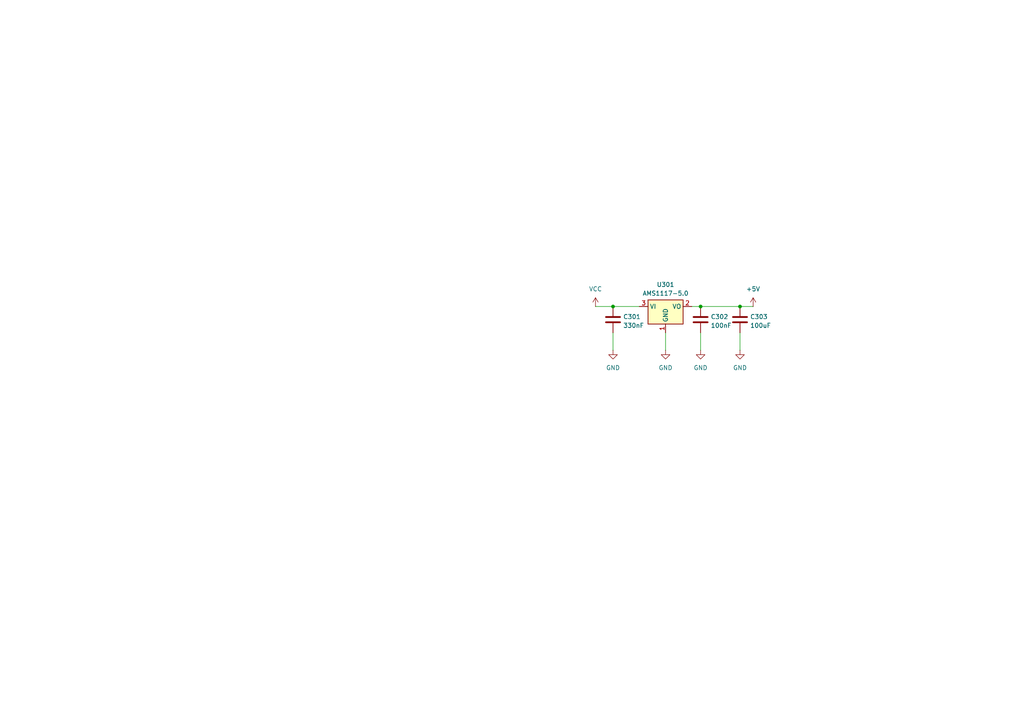
<source format=kicad_sch>
(kicad_sch (version 20231120) (generator "eeschema") (generator_version "8.0")
  (paper "A4")
  (title_block (company "Train-Science"))
  (lib_symbols
    (symbol "Device:C" (pin_numbers hide) (pin_names (offset 0.254))
      (property "Reference" "C" (at 0.635 2.54 0))
      (property "Value" "C" (at 0.635 -2.54 0))
      (symbol "C_0_1"
        (polyline (pts (xy -2.032 -0.762) (xy 2.032 -0.762)) (stroke (width 0.508)))
        (polyline (pts (xy -2.032 0.762) (xy 2.032 0.762)) (stroke (width 0.508)))
      )
      (symbol "C_1_1"
        (pin passive line (at 0 3.81 270) (length 2.794) (name "~") (number "1"))
        (pin passive line (at 0 -3.81 90) (length 2.794) (name "~") (number "2"))
      )
    )
    (symbol "custom_kicad_lib_sk:AMS1117-5.0"
      (property "Reference" "U" (at -3.81 3.175 0))
      (property "Value" "AMS1117-5.0" (at 0 3.175 0))
      (symbol "AMS1117-5.0_0_1"
        (rectangle (start -5.08 1.905) (end 5.08 -5.08) (stroke (width 0.254)) (fill (type background)))
      )
      (symbol "AMS1117-5.0_1_1"
        (pin power_in line (at 0 -7.62 90) (length 2.54) (name "GND") (number "1"))
        (pin power_out line (at 7.62 0 180) (length 2.54) (name "VO") (number "2"))
        (pin power_in line (at -7.62 0 0) (length 2.54) (name "VI") (number "3"))
      )
    )
    (symbol "power:+5V" (power) (pin_numbers hide) (pin_names (offset 0) hide)
      (property "Value" "+5V" (at 0 3.556 0))
      (symbol "+5V_0_1"
        (polyline (pts (xy -0.762 1.27) (xy 0 2.54)))
        (polyline (pts (xy 0 0) (xy 0 2.54)))
        (polyline (pts (xy 0 2.54) (xy 0.762 1.27)))
      )
      (symbol "+5V_1_1"
        (pin power_in line (at 0 0 90) (length 0) (name "~") (number "1"))
      )
    )
    (symbol "power:GND" (power) (pin_numbers hide) (pin_names (offset 0) hide)
      (property "Value" "GND" (at 0 -3.81 0))
      (symbol "GND_0_1"
        (polyline (pts (xy 0 0) (xy 0 -1.27) (xy 1.27 -1.27) (xy 0 -2.54) (xy -1.27 -1.27) (xy 0 -1.27)))
      )
      (symbol "GND_1_1"
        (pin power_in line (at 0 0 270) (length 0) (name "~") (number "1"))
      )
    )
    (symbol "power:VCC" (power) (pin_numbers hide) (pin_names (offset 0) hide)
      (property "Value" "VCC" (at 0 3.556 0))
      (symbol "VCC_0_1"
        (polyline (pts (xy -0.762 1.27) (xy 0 2.54)))
        (polyline (pts (xy 0 0) (xy 0 2.54)))
        (polyline (pts (xy 0 2.54) (xy 0.762 1.27)))
      )
      (symbol "VCC_1_1"
        (pin power_in line (at 0 0 90) (length 0) (name "~") (number "1"))
      )
    )
  )
  (junction (at 203.2 88.9))
  (junction (at 214.63 88.9))
  (junction (at 177.8 88.9))
  (wire (pts (xy 177.8 88.9) (xy 185.42 88.9)))
  (wire (pts (xy 203.2 96.52) (xy 203.2 101.6)))
  (wire (pts (xy 214.63 96.52) (xy 214.63 101.6)))
  (wire (pts (xy 214.63 88.9) (xy 218.44 88.9)))
  (wire (pts (xy 177.8 96.52) (xy 177.8 101.6)))
  (wire (pts (xy 193.04 96.52) (xy 193.04 101.6)))
  (wire (pts (xy 200.66 88.9) (xy 203.2 88.9)))
  (wire (pts (xy 172.72 88.9) (xy 177.8 88.9)))
  (wire (pts (xy 203.2 88.9) (xy 214.63 88.9)))
  (symbol (lib_id "Device:C") (at 203.2 92.71 0) (unit 1)
    (property "Reference" "C302" (at 206.121 91.8753 0) (effects (justify left)))
    (property "Value" "100nF" (at 206.121 94.4122 0) (effects (justify left)))
    (property "Footprint" "Capacitor_SMD:C_0603_1608Metric_Pad1.08x0.95mm_HandSolder" (effects (hide yes)))
    (property "JLCPCB Part#" "C14663" (effects (hide yes)))
    (instances (project "OS-ServoDriver" (path "" (reference "C302") (unit 1))) (project "LDO" (path "" (reference "C302") (unit 1))) (project "general_schematics" (path "" (reference "C1802") (unit 1))))
  )
  (symbol (lib_id "power:GND") (at 203.2 101.6 0) (unit 1)
    (property "Reference" "#PWR0403" (effects (hide yes)))
    (property "Value" "GND" (at 203.2 106.68 0))
    (property "Description" "Power symbol creates a global label with name \"GND\" , ground" (effects (hide yes)))
  )
  (symbol (lib_id "power:VCC") (at 172.72 88.9 0) (unit 1)
    (property "Reference" "#PWR0402" (effects (hide yes)))
    (property "Value" "VCC" (at 172.72 83.82 0))
    (property "Description" "Power symbol creates a global label with name \"VCC\"" (effects (hide yes)))
  )
  (symbol (lib_id "custom_kicad_lib_sk:AMS1117-5.0") (at 193.04 88.9 0) (unit 1)
    (property "Reference" "U301" (at 193.04 82.55 0))
    (property "Value" "AMS1117-5.0" (at 193.04 85.09 0))
    (property "Footprint" "Package_TO_SOT_SMD:SOT-223-3_TabPin2" (effects (hide yes)))
    (property "Datasheet" "http://www.advanced-monolithic.com/pdf/ds1117.pdf" (effects (hide yes)))
    (property "Description" "1A Low Dropout regulator, positive, 5.0V fixed output, SOT-223" (effects (hide yes)))
    (property "JLCPCB Part#" "C6187" (effects (hide yes)))
  )
  (symbol (lib_id "power:GND") (at 177.8 101.6 0) (unit 1)
    (property "Reference" "#PWR0406" (effects (hide yes)))
    (property "Value" "GND" (at 177.8 106.68 0))
    (property "Description" "Power symbol creates a global label with name \"GND\" , ground" (effects (hide yes)))
  )
  (symbol (lib_id "power:GND") (at 214.63 101.6 0) (unit 1)
    (property "Reference" "#PWR0404" (effects (hide yes)))
    (property "Value" "GND" (at 214.63 106.68 0))
    (property "Description" "Power symbol creates a global label with name \"GND\" , ground" (effects (hide yes)))
  )
  (symbol (lib_id "power:GND") (at 193.04 101.6 0) (unit 1)
    (property "Reference" "#PWR0405" (effects (hide yes)))
    (property "Value" "GND" (at 193.04 106.68 0))
    (property "Description" "Power symbol creates a global label with name \"GND\" , ground" (effects (hide yes)))
  )
  (symbol (lib_id "Device:C") (at 177.8 92.71 0) (unit 1)
    (property "Reference" "C301" (at 180.721 91.8753 0) (effects (justify left)))
    (property "Value" "330nF" (at 180.721 94.4122 0) (effects (justify left)))
    (property "Footprint" "Capacitor_SMD:C_0603_1608Metric_Pad1.08x0.95mm_HandSolder" (effects (hide yes)))
    (property "JLCPCB Part#" "C1615" (effects (hide yes)))
    (instances (project "OS-ServoDriver" (path "" (reference "C301") (unit 1))) (project "LDO" (path "" (reference "C301") (unit 1))) (project "general_schematics" (path "" (reference "C1801") (unit 1))))
  )
  (symbol (lib_id "power:+5V") (at 218.44 88.9 0) (unit 1)
    (property "Reference" "#PWR0401" (effects (hide yes)))
    (property "Value" "+5V" (at 218.44 83.82 0))
    (property "Description" "Power symbol creates a global label with name \"+5V\"" (effects (hide yes)))
  )
  (symbol (lib_id "Device:C") (at 214.63 92.71 0) (unit 1)
    (property "Reference" "C303" (at 217.551 91.8753 0) (effects (justify left)))
    (property "Value" "100uF" (at 217.551 94.4122 0) (effects (justify left)))
    (property "Footprint" "Capacitor_SMD:C_1206_3216Metric_Pad1.33x1.80mm_HandSolder" (effects (hide yes)))
    (property "JLCPCB Part#" "C15008" (effects (hide yes)))
    (instances (project "OS-ServoDriver" (path "" (reference "C303") (unit 1))) (project "LDO" (path "" (reference "C303") (unit 1))) (project "general_schematics" (path "" (reference "C1803") (unit 1))))
  )
)
</source>
